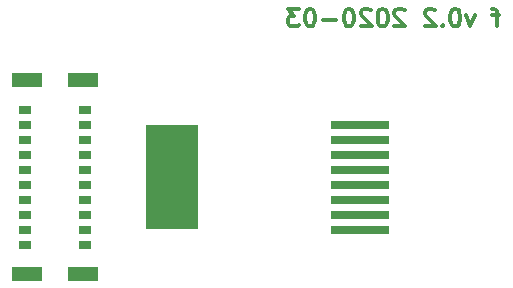
<source format=gbr>
G04 #@! TF.GenerationSoftware,KiCad,Pcbnew,5.1.5*
G04 #@! TF.CreationDate,2020-03-20T00:43:26-04:00*
G04 #@! TF.ProjectId,M55-RJ45,4d35352d-524a-4343-952e-6b696361645f,rev?*
G04 #@! TF.SameCoordinates,Original*
G04 #@! TF.FileFunction,Paste,Bot*
G04 #@! TF.FilePolarity,Positive*
%FSLAX46Y46*%
G04 Gerber Fmt 4.6, Leading zero omitted, Abs format (unit mm)*
G04 Created by KiCad (PCBNEW 5.1.5) date 2020-03-20 00:43:26*
%MOMM*%
%LPD*%
G04 APERTURE LIST*
%ADD10C,0.300000*%
%ADD11R,1.100000X0.800000*%
%ADD12R,2.500000X1.200000*%
%ADD13R,4.500000X8.800000*%
%ADD14R,5.000000X0.760000*%
G04 APERTURE END LIST*
D10*
X70595000Y-115248571D02*
X70023571Y-115248571D01*
X70380714Y-116248571D02*
X70380714Y-114962857D01*
X70309285Y-114820000D01*
X70166428Y-114748571D01*
X70023571Y-114748571D01*
X68523571Y-115248571D02*
X68166428Y-116248571D01*
X67809285Y-115248571D01*
X66952142Y-114748571D02*
X66809285Y-114748571D01*
X66666428Y-114820000D01*
X66595000Y-114891428D01*
X66523571Y-115034285D01*
X66452142Y-115320000D01*
X66452142Y-115677142D01*
X66523571Y-115962857D01*
X66595000Y-116105714D01*
X66666428Y-116177142D01*
X66809285Y-116248571D01*
X66952142Y-116248571D01*
X67095000Y-116177142D01*
X67166428Y-116105714D01*
X67237857Y-115962857D01*
X67309285Y-115677142D01*
X67309285Y-115320000D01*
X67237857Y-115034285D01*
X67166428Y-114891428D01*
X67095000Y-114820000D01*
X66952142Y-114748571D01*
X65809285Y-116105714D02*
X65737857Y-116177142D01*
X65809285Y-116248571D01*
X65880714Y-116177142D01*
X65809285Y-116105714D01*
X65809285Y-116248571D01*
X65166428Y-114891428D02*
X65095000Y-114820000D01*
X64952142Y-114748571D01*
X64595000Y-114748571D01*
X64452142Y-114820000D01*
X64380714Y-114891428D01*
X64309285Y-115034285D01*
X64309285Y-115177142D01*
X64380714Y-115391428D01*
X65237857Y-116248571D01*
X64309285Y-116248571D01*
X62595000Y-114891428D02*
X62523571Y-114820000D01*
X62380714Y-114748571D01*
X62023571Y-114748571D01*
X61880714Y-114820000D01*
X61809285Y-114891428D01*
X61737857Y-115034285D01*
X61737857Y-115177142D01*
X61809285Y-115391428D01*
X62666428Y-116248571D01*
X61737857Y-116248571D01*
X60809285Y-114748571D02*
X60666428Y-114748571D01*
X60523571Y-114820000D01*
X60452142Y-114891428D01*
X60380714Y-115034285D01*
X60309285Y-115320000D01*
X60309285Y-115677142D01*
X60380714Y-115962857D01*
X60452142Y-116105714D01*
X60523571Y-116177142D01*
X60666428Y-116248571D01*
X60809285Y-116248571D01*
X60952142Y-116177142D01*
X61023571Y-116105714D01*
X61095000Y-115962857D01*
X61166428Y-115677142D01*
X61166428Y-115320000D01*
X61095000Y-115034285D01*
X61023571Y-114891428D01*
X60952142Y-114820000D01*
X60809285Y-114748571D01*
X59737857Y-114891428D02*
X59666428Y-114820000D01*
X59523571Y-114748571D01*
X59166428Y-114748571D01*
X59023571Y-114820000D01*
X58952142Y-114891428D01*
X58880714Y-115034285D01*
X58880714Y-115177142D01*
X58952142Y-115391428D01*
X59809285Y-116248571D01*
X58880714Y-116248571D01*
X57952142Y-114748571D02*
X57809285Y-114748571D01*
X57666428Y-114820000D01*
X57595000Y-114891428D01*
X57523571Y-115034285D01*
X57452142Y-115320000D01*
X57452142Y-115677142D01*
X57523571Y-115962857D01*
X57595000Y-116105714D01*
X57666428Y-116177142D01*
X57809285Y-116248571D01*
X57952142Y-116248571D01*
X58095000Y-116177142D01*
X58166428Y-116105714D01*
X58237857Y-115962857D01*
X58309285Y-115677142D01*
X58309285Y-115320000D01*
X58237857Y-115034285D01*
X58166428Y-114891428D01*
X58095000Y-114820000D01*
X57952142Y-114748571D01*
X56809285Y-115677142D02*
X55666428Y-115677142D01*
X54666428Y-114748571D02*
X54523571Y-114748571D01*
X54380714Y-114820000D01*
X54309285Y-114891428D01*
X54237857Y-115034285D01*
X54166428Y-115320000D01*
X54166428Y-115677142D01*
X54237857Y-115962857D01*
X54309285Y-116105714D01*
X54380714Y-116177142D01*
X54523571Y-116248571D01*
X54666428Y-116248571D01*
X54809285Y-116177142D01*
X54880714Y-116105714D01*
X54952142Y-115962857D01*
X55023571Y-115677142D01*
X55023571Y-115320000D01*
X54952142Y-115034285D01*
X54880714Y-114891428D01*
X54809285Y-114820000D01*
X54666428Y-114748571D01*
X53666428Y-114748571D02*
X52737857Y-114748571D01*
X53237857Y-115320000D01*
X53023571Y-115320000D01*
X52880714Y-115391428D01*
X52809285Y-115462857D01*
X52737857Y-115605714D01*
X52737857Y-115962857D01*
X52809285Y-116105714D01*
X52880714Y-116177142D01*
X53023571Y-116248571D01*
X53452142Y-116248571D01*
X53595000Y-116177142D01*
X53666428Y-116105714D01*
D11*
X35540000Y-134715000D03*
X30460000Y-134715000D03*
X35540000Y-133445000D03*
X30460000Y-133445000D03*
X35540000Y-132175000D03*
X30460000Y-132175000D03*
X35540000Y-130905000D03*
X30460000Y-130905000D03*
X35540000Y-129635000D03*
X30460000Y-129635000D03*
X35540000Y-128365000D03*
X30460000Y-128365000D03*
X35540000Y-127095000D03*
X30460000Y-127095000D03*
X35540000Y-125825000D03*
X30460000Y-125825000D03*
X35540000Y-124555000D03*
X30460000Y-124555000D03*
X35540000Y-123285000D03*
X30460000Y-123285000D03*
D12*
X35375000Y-120790000D03*
X30625000Y-120790000D03*
X35375000Y-137210000D03*
X30625000Y-137210000D03*
D13*
X42910000Y-129000000D03*
D14*
X58840000Y-133445000D03*
X58840000Y-132175000D03*
X58840000Y-130905000D03*
X58840000Y-129635000D03*
X58840000Y-128365000D03*
X58840000Y-127095000D03*
X58840000Y-125825000D03*
X58840000Y-124555000D03*
M02*

</source>
